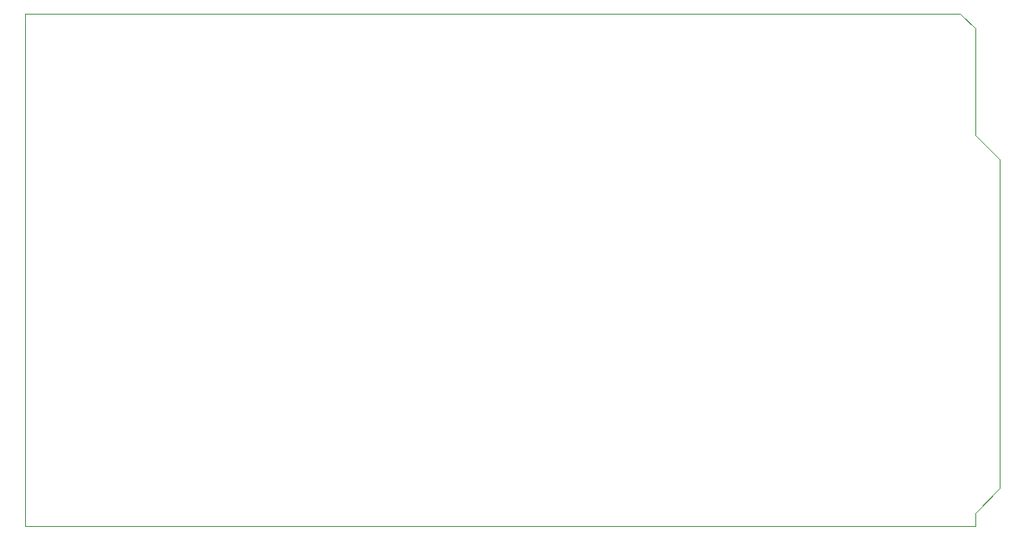
<source format=gbr>
%TF.GenerationSoftware,KiCad,Pcbnew,(6.0.2)*%
%TF.CreationDate,2022-07-18T22:22:09-07:00*%
%TF.ProjectId,Mega68k,4d656761-3638-46b2-9e6b-696361645f70,rev?*%
%TF.SameCoordinates,Original*%
%TF.FileFunction,Profile,NP*%
%FSLAX46Y46*%
G04 Gerber Fmt 4.6, Leading zero omitted, Abs format (unit mm)*
G04 Created by KiCad (PCBNEW (6.0.2)) date 2022-07-18 22:22:09*
%MOMM*%
%LPD*%
G01*
G04 APERTURE LIST*
%TA.AperFunction,Profile*%
%ADD10C,0.100000*%
%TD*%
G04 APERTURE END LIST*
D10*
X147396200Y-59613800D02*
X147396200Y-70789800D01*
X147396200Y-70789800D02*
X149936200Y-73329800D01*
X149936200Y-73329800D02*
X149936200Y-107696000D01*
X149936200Y-107696000D02*
X147396200Y-110261400D01*
X147396200Y-110261400D02*
X147396200Y-111607600D01*
X147396200Y-111607600D02*
X48082200Y-111607600D01*
X48082200Y-111607600D02*
X48082200Y-58013600D01*
X48082200Y-58013600D02*
X145770600Y-58013600D01*
X145770600Y-58013600D02*
X147396200Y-59613800D01*
M02*

</source>
